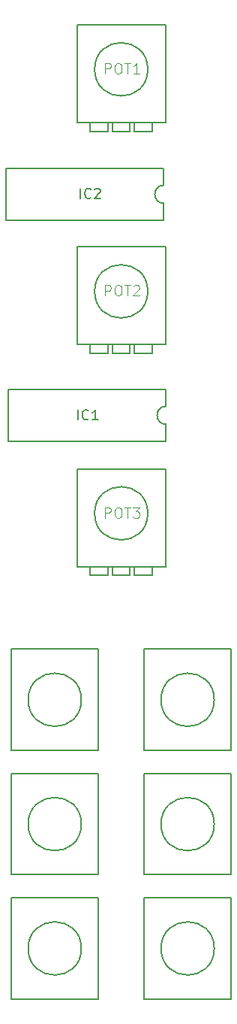
<source format=gbr>
%TF.GenerationSoftware,KiCad,Pcbnew,8.0.2*%
%TF.CreationDate,2024-05-21T21:49:38+01:00*%
%TF.ProjectId,3ch mix 1.6,33636820-6d69-4782-9031-2e362e6b6963,rev?*%
%TF.SameCoordinates,Original*%
%TF.FileFunction,Legend,Top*%
%TF.FilePolarity,Positive*%
%FSLAX46Y46*%
G04 Gerber Fmt 4.6, Leading zero omitted, Abs format (unit mm)*
G04 Created by KiCad (PCBNEW 8.0.2) date 2024-05-21 21:49:38*
%MOMM*%
%LPD*%
G01*
G04 APERTURE LIST*
%ADD10C,0.107290*%
%ADD11C,0.137160*%
%ADD12C,0.127000*%
%ADD13C,0.152400*%
G04 APERTURE END LIST*
D10*
X146675520Y-105499727D02*
X146675520Y-104337017D01*
X146675520Y-104337017D02*
X147118457Y-104337017D01*
X147118457Y-104337017D02*
X147229192Y-104392384D01*
X147229192Y-104392384D02*
X147284559Y-104447751D01*
X147284559Y-104447751D02*
X147339926Y-104558485D01*
X147339926Y-104558485D02*
X147339926Y-104724587D01*
X147339926Y-104724587D02*
X147284559Y-104835321D01*
X147284559Y-104835321D02*
X147229192Y-104890688D01*
X147229192Y-104890688D02*
X147118457Y-104946055D01*
X147118457Y-104946055D02*
X146675520Y-104946055D01*
X148059699Y-104337017D02*
X148281167Y-104337017D01*
X148281167Y-104337017D02*
X148391902Y-104392384D01*
X148391902Y-104392384D02*
X148502636Y-104503118D01*
X148502636Y-104503118D02*
X148558003Y-104724587D01*
X148558003Y-104724587D02*
X148558003Y-105112157D01*
X148558003Y-105112157D02*
X148502636Y-105333625D01*
X148502636Y-105333625D02*
X148391902Y-105444360D01*
X148391902Y-105444360D02*
X148281167Y-105499727D01*
X148281167Y-105499727D02*
X148059699Y-105499727D01*
X148059699Y-105499727D02*
X147948965Y-105444360D01*
X147948965Y-105444360D02*
X147838230Y-105333625D01*
X147838230Y-105333625D02*
X147782863Y-105112157D01*
X147782863Y-105112157D02*
X147782863Y-104724587D01*
X147782863Y-104724587D02*
X147838230Y-104503118D01*
X147838230Y-104503118D02*
X147948965Y-104392384D01*
X147948965Y-104392384D02*
X148059699Y-104337017D01*
X148890206Y-104337017D02*
X149554612Y-104337017D01*
X149222409Y-105499727D02*
X149222409Y-104337017D01*
X149831447Y-104337017D02*
X150551220Y-104337017D01*
X150551220Y-104337017D02*
X150163650Y-104779954D01*
X150163650Y-104779954D02*
X150329751Y-104779954D01*
X150329751Y-104779954D02*
X150440486Y-104835321D01*
X150440486Y-104835321D02*
X150495853Y-104890688D01*
X150495853Y-104890688D02*
X150551220Y-105001422D01*
X150551220Y-105001422D02*
X150551220Y-105278258D01*
X150551220Y-105278258D02*
X150495853Y-105388992D01*
X150495853Y-105388992D02*
X150440486Y-105444360D01*
X150440486Y-105444360D02*
X150329751Y-105499727D01*
X150329751Y-105499727D02*
X149997548Y-105499727D01*
X149997548Y-105499727D02*
X149886814Y-105444360D01*
X149886814Y-105444360D02*
X149831447Y-105388992D01*
X146675520Y-80480727D02*
X146675520Y-79318017D01*
X146675520Y-79318017D02*
X147118457Y-79318017D01*
X147118457Y-79318017D02*
X147229192Y-79373384D01*
X147229192Y-79373384D02*
X147284559Y-79428751D01*
X147284559Y-79428751D02*
X147339926Y-79539485D01*
X147339926Y-79539485D02*
X147339926Y-79705587D01*
X147339926Y-79705587D02*
X147284559Y-79816321D01*
X147284559Y-79816321D02*
X147229192Y-79871688D01*
X147229192Y-79871688D02*
X147118457Y-79927055D01*
X147118457Y-79927055D02*
X146675520Y-79927055D01*
X148059699Y-79318017D02*
X148281167Y-79318017D01*
X148281167Y-79318017D02*
X148391902Y-79373384D01*
X148391902Y-79373384D02*
X148502636Y-79484118D01*
X148502636Y-79484118D02*
X148558003Y-79705587D01*
X148558003Y-79705587D02*
X148558003Y-80093157D01*
X148558003Y-80093157D02*
X148502636Y-80314625D01*
X148502636Y-80314625D02*
X148391902Y-80425360D01*
X148391902Y-80425360D02*
X148281167Y-80480727D01*
X148281167Y-80480727D02*
X148059699Y-80480727D01*
X148059699Y-80480727D02*
X147948965Y-80425360D01*
X147948965Y-80425360D02*
X147838230Y-80314625D01*
X147838230Y-80314625D02*
X147782863Y-80093157D01*
X147782863Y-80093157D02*
X147782863Y-79705587D01*
X147782863Y-79705587D02*
X147838230Y-79484118D01*
X147838230Y-79484118D02*
X147948965Y-79373384D01*
X147948965Y-79373384D02*
X148059699Y-79318017D01*
X148890206Y-79318017D02*
X149554612Y-79318017D01*
X149222409Y-80480727D02*
X149222409Y-79318017D01*
X149886814Y-79428751D02*
X149942181Y-79373384D01*
X149942181Y-79373384D02*
X150052916Y-79318017D01*
X150052916Y-79318017D02*
X150329751Y-79318017D01*
X150329751Y-79318017D02*
X150440486Y-79373384D01*
X150440486Y-79373384D02*
X150495853Y-79428751D01*
X150495853Y-79428751D02*
X150551220Y-79539485D01*
X150551220Y-79539485D02*
X150551220Y-79650220D01*
X150551220Y-79650220D02*
X150495853Y-79816321D01*
X150495853Y-79816321D02*
X149831447Y-80480727D01*
X149831447Y-80480727D02*
X150551220Y-80480727D01*
X146675520Y-55461727D02*
X146675520Y-54299017D01*
X146675520Y-54299017D02*
X147118457Y-54299017D01*
X147118457Y-54299017D02*
X147229192Y-54354384D01*
X147229192Y-54354384D02*
X147284559Y-54409751D01*
X147284559Y-54409751D02*
X147339926Y-54520485D01*
X147339926Y-54520485D02*
X147339926Y-54686587D01*
X147339926Y-54686587D02*
X147284559Y-54797321D01*
X147284559Y-54797321D02*
X147229192Y-54852688D01*
X147229192Y-54852688D02*
X147118457Y-54908055D01*
X147118457Y-54908055D02*
X146675520Y-54908055D01*
X148059699Y-54299017D02*
X148281167Y-54299017D01*
X148281167Y-54299017D02*
X148391902Y-54354384D01*
X148391902Y-54354384D02*
X148502636Y-54465118D01*
X148502636Y-54465118D02*
X148558003Y-54686587D01*
X148558003Y-54686587D02*
X148558003Y-55074157D01*
X148558003Y-55074157D02*
X148502636Y-55295625D01*
X148502636Y-55295625D02*
X148391902Y-55406360D01*
X148391902Y-55406360D02*
X148281167Y-55461727D01*
X148281167Y-55461727D02*
X148059699Y-55461727D01*
X148059699Y-55461727D02*
X147948965Y-55406360D01*
X147948965Y-55406360D02*
X147838230Y-55295625D01*
X147838230Y-55295625D02*
X147782863Y-55074157D01*
X147782863Y-55074157D02*
X147782863Y-54686587D01*
X147782863Y-54686587D02*
X147838230Y-54465118D01*
X147838230Y-54465118D02*
X147948965Y-54354384D01*
X147948965Y-54354384D02*
X148059699Y-54299017D01*
X148890206Y-54299017D02*
X149554612Y-54299017D01*
X149222409Y-55461727D02*
X149222409Y-54299017D01*
X150551220Y-55461727D02*
X149886814Y-55461727D01*
X150219017Y-55461727D02*
X150219017Y-54299017D01*
X150219017Y-54299017D02*
X150108283Y-54465118D01*
X150108283Y-54465118D02*
X149997548Y-54575852D01*
X149997548Y-54575852D02*
X149886814Y-54631220D01*
D11*
X143894059Y-69560829D02*
X143894059Y-68427989D01*
X145080844Y-69452940D02*
X145026900Y-69506885D01*
X145026900Y-69506885D02*
X144865065Y-69560829D01*
X144865065Y-69560829D02*
X144757176Y-69560829D01*
X144757176Y-69560829D02*
X144595342Y-69506885D01*
X144595342Y-69506885D02*
X144487452Y-69398995D01*
X144487452Y-69398995D02*
X144433507Y-69291105D01*
X144433507Y-69291105D02*
X144379563Y-69075326D01*
X144379563Y-69075326D02*
X144379563Y-68913492D01*
X144379563Y-68913492D02*
X144433507Y-68697713D01*
X144433507Y-68697713D02*
X144487452Y-68589824D01*
X144487452Y-68589824D02*
X144595342Y-68481934D01*
X144595342Y-68481934D02*
X144757176Y-68427989D01*
X144757176Y-68427989D02*
X144865065Y-68427989D01*
X144865065Y-68427989D02*
X145026900Y-68481934D01*
X145026900Y-68481934D02*
X145080844Y-68535879D01*
X145512403Y-68535879D02*
X145566347Y-68481934D01*
X145566347Y-68481934D02*
X145674237Y-68427989D01*
X145674237Y-68427989D02*
X145943961Y-68427989D01*
X145943961Y-68427989D02*
X146051850Y-68481934D01*
X146051850Y-68481934D02*
X146105795Y-68535879D01*
X146105795Y-68535879D02*
X146159740Y-68643768D01*
X146159740Y-68643768D02*
X146159740Y-68751658D01*
X146159740Y-68751658D02*
X146105795Y-68913492D01*
X146105795Y-68913492D02*
X145458458Y-69560829D01*
X145458458Y-69560829D02*
X146159740Y-69560829D01*
X143625559Y-94473829D02*
X143625559Y-93340989D01*
X144812344Y-94365940D02*
X144758400Y-94419885D01*
X144758400Y-94419885D02*
X144596565Y-94473829D01*
X144596565Y-94473829D02*
X144488676Y-94473829D01*
X144488676Y-94473829D02*
X144326842Y-94419885D01*
X144326842Y-94419885D02*
X144218952Y-94311995D01*
X144218952Y-94311995D02*
X144165007Y-94204105D01*
X144165007Y-94204105D02*
X144111063Y-93988326D01*
X144111063Y-93988326D02*
X144111063Y-93826492D01*
X144111063Y-93826492D02*
X144165007Y-93610713D01*
X144165007Y-93610713D02*
X144218952Y-93502824D01*
X144218952Y-93502824D02*
X144326842Y-93394934D01*
X144326842Y-93394934D02*
X144488676Y-93340989D01*
X144488676Y-93340989D02*
X144596565Y-93340989D01*
X144596565Y-93340989D02*
X144758400Y-93394934D01*
X144758400Y-93394934D02*
X144812344Y-93448879D01*
X145891240Y-94473829D02*
X145243903Y-94473829D01*
X145567571Y-94473829D02*
X145567571Y-93340989D01*
X145567571Y-93340989D02*
X145459682Y-93502824D01*
X145459682Y-93502824D02*
X145351792Y-93610713D01*
X145351792Y-93610713D02*
X145243903Y-93664658D01*
D12*
%TO.C,IN1*%
X136101100Y-120303600D02*
X136101100Y-131703600D01*
X136101100Y-131703600D02*
X145901100Y-131703600D01*
X145901100Y-120303600D02*
X136101100Y-120303600D01*
X145901100Y-131703600D02*
X145901100Y-120303600D01*
X144001100Y-126003600D02*
G75*
G02*
X138001100Y-126003600I-3000000J0D01*
G01*
X138001100Y-126003600D02*
G75*
G02*
X144001100Y-126003600I3000000J0D01*
G01*
%TO.C,POT3*%
X143501100Y-100003600D02*
X153501100Y-100003600D01*
X143501100Y-111003600D02*
X143501100Y-100003600D01*
X145001100Y-111003600D02*
X143501100Y-111003600D01*
X145001100Y-112003600D02*
X145001100Y-111003600D01*
X147001100Y-111003600D02*
X145001100Y-111003600D01*
X147001100Y-112003600D02*
X145001100Y-112003600D01*
X147001100Y-112003600D02*
X147001100Y-111003600D01*
X147501100Y-111003600D02*
X147001100Y-111003600D01*
X147501100Y-112003600D02*
X147501100Y-111003600D01*
X147501100Y-112003600D02*
X149501100Y-112003600D01*
X149501100Y-111003600D02*
X147501100Y-111003600D01*
X149501100Y-112003600D02*
X149501100Y-111003600D01*
X150001100Y-111003600D02*
X149501100Y-111003600D01*
X150001100Y-112003600D02*
X150001100Y-111003600D01*
X150001100Y-112003600D02*
X152001100Y-112003600D01*
X152001100Y-111003600D02*
X150001100Y-111003600D01*
X152001100Y-112003600D02*
X152001100Y-111003600D01*
X153501100Y-100003600D02*
X153501100Y-111003600D01*
X153501100Y-111003600D02*
X152001100Y-111003600D01*
X151501100Y-105003600D02*
G75*
G02*
X145501100Y-105003600I-3000000J0D01*
G01*
X145501100Y-105003600D02*
G75*
G02*
X151501100Y-105003600I3000000J0D01*
G01*
%TO.C,POT2*%
X143501100Y-75003600D02*
X153501100Y-75003600D01*
X143501100Y-86003600D02*
X143501100Y-75003600D01*
X145001100Y-86003600D02*
X143501100Y-86003600D01*
X145001100Y-87003600D02*
X145001100Y-86003600D01*
X147001100Y-86003600D02*
X145001100Y-86003600D01*
X147001100Y-87003600D02*
X145001100Y-87003600D01*
X147001100Y-87003600D02*
X147001100Y-86003600D01*
X147501100Y-86003600D02*
X147001100Y-86003600D01*
X147501100Y-87003600D02*
X147501100Y-86003600D01*
X147501100Y-87003600D02*
X149501100Y-87003600D01*
X149501100Y-86003600D02*
X147501100Y-86003600D01*
X149501100Y-87003600D02*
X149501100Y-86003600D01*
X150001100Y-86003600D02*
X149501100Y-86003600D01*
X150001100Y-87003600D02*
X150001100Y-86003600D01*
X150001100Y-87003600D02*
X152001100Y-87003600D01*
X152001100Y-86003600D02*
X150001100Y-86003600D01*
X152001100Y-87003600D02*
X152001100Y-86003600D01*
X153501100Y-75003600D02*
X153501100Y-86003600D01*
X153501100Y-86003600D02*
X152001100Y-86003600D01*
X151501100Y-80003600D02*
G75*
G02*
X145501100Y-80003600I-3000000J0D01*
G01*
X145501100Y-80003600D02*
G75*
G02*
X151501100Y-80003600I3000000J0D01*
G01*
%TO.C,IN3*%
X136101100Y-148303600D02*
X136101100Y-159703600D01*
X136101100Y-159703600D02*
X145901100Y-159703600D01*
X145901100Y-148303600D02*
X136101100Y-148303600D01*
X145901100Y-159703600D02*
X145901100Y-148303600D01*
X144001100Y-154003600D02*
G75*
G02*
X138001100Y-154003600I-3000000J0D01*
G01*
X138001100Y-154003600D02*
G75*
G02*
X144001100Y-154003600I3000000J0D01*
G01*
%TO.C,OUT1*%
X151101100Y-120303600D02*
X151101100Y-131703600D01*
X151101100Y-131703600D02*
X160901100Y-131703600D01*
X160901100Y-120303600D02*
X151101100Y-120303600D01*
X160901100Y-131703600D02*
X160901100Y-120303600D01*
X159001100Y-126003600D02*
G75*
G02*
X153001100Y-126003600I-3000000J0D01*
G01*
X153001100Y-126003600D02*
G75*
G02*
X159001100Y-126003600I3000000J0D01*
G01*
%TO.C,POT1*%
X143501100Y-50003600D02*
X153501100Y-50003600D01*
X143501100Y-61003600D02*
X143501100Y-50003600D01*
X145001100Y-61003600D02*
X143501100Y-61003600D01*
X145001100Y-62003600D02*
X145001100Y-61003600D01*
X147001100Y-61003600D02*
X145001100Y-61003600D01*
X147001100Y-62003600D02*
X145001100Y-62003600D01*
X147001100Y-62003600D02*
X147001100Y-61003600D01*
X147501100Y-61003600D02*
X147001100Y-61003600D01*
X147501100Y-62003600D02*
X147501100Y-61003600D01*
X147501100Y-62003600D02*
X149501100Y-62003600D01*
X149501100Y-61003600D02*
X147501100Y-61003600D01*
X149501100Y-62003600D02*
X149501100Y-61003600D01*
X150001100Y-61003600D02*
X149501100Y-61003600D01*
X150001100Y-62003600D02*
X150001100Y-61003600D01*
X150001100Y-62003600D02*
X152001100Y-62003600D01*
X152001100Y-61003600D02*
X150001100Y-61003600D01*
X152001100Y-62003600D02*
X152001100Y-61003600D01*
X153501100Y-50003600D02*
X153501100Y-61003600D01*
X153501100Y-61003600D02*
X152001100Y-61003600D01*
X151501100Y-55003600D02*
G75*
G02*
X145501100Y-55003600I-3000000J0D01*
G01*
X145501100Y-55003600D02*
G75*
G02*
X151501100Y-55003600I3000000J0D01*
G01*
%TO.C,OUT3*%
X151101100Y-148303600D02*
X151101100Y-159703600D01*
X151101100Y-159703600D02*
X160901100Y-159703600D01*
X160901100Y-148303600D02*
X151101100Y-148303600D01*
X160901100Y-159703600D02*
X160901100Y-148303600D01*
X159001100Y-154003600D02*
G75*
G02*
X153001100Y-154003600I-3000000J0D01*
G01*
X153001100Y-154003600D02*
G75*
G02*
X159001100Y-154003600I3000000J0D01*
G01*
D13*
%TO.C,IC2*%
X135533100Y-71992600D02*
X135533100Y-66150600D01*
X135533100Y-71992600D02*
X153313100Y-71992600D01*
X153313100Y-66150600D02*
X135533100Y-66150600D01*
X153313100Y-66150600D02*
X153313100Y-68055600D01*
X153313100Y-71992600D02*
X153313100Y-70087600D01*
X153313100Y-70087600D02*
G75*
G02*
X153313100Y-68055600I0J1016000D01*
G01*
D12*
%TO.C,IN2*%
X136101100Y-134303600D02*
X136101100Y-145703600D01*
X136101100Y-145703600D02*
X145901100Y-145703600D01*
X145901100Y-134303600D02*
X136101100Y-134303600D01*
X145901100Y-145703600D02*
X145901100Y-134303600D01*
X144001100Y-140003600D02*
G75*
G02*
X138001100Y-140003600I-3000000J0D01*
G01*
X138001100Y-140003600D02*
G75*
G02*
X144001100Y-140003600I3000000J0D01*
G01*
%TO.C,OUT2*%
X151101100Y-134303600D02*
X151101100Y-145703600D01*
X151101100Y-145703600D02*
X160901100Y-145703600D01*
X160901100Y-134303600D02*
X151101100Y-134303600D01*
X160901100Y-145703600D02*
X160901100Y-134303600D01*
X159001100Y-140003600D02*
G75*
G02*
X153001100Y-140003600I-3000000J0D01*
G01*
X153001100Y-140003600D02*
G75*
G02*
X159001100Y-140003600I3000000J0D01*
G01*
D13*
%TO.C,IC1*%
X135787100Y-96884600D02*
X135787100Y-91042600D01*
X135787100Y-96884600D02*
X153567100Y-96884600D01*
X153567100Y-91042600D02*
X135787100Y-91042600D01*
X153567100Y-91042600D02*
X153567100Y-92947600D01*
X153567100Y-96884600D02*
X153567100Y-94979600D01*
X153567100Y-94979600D02*
G75*
G02*
X153567100Y-92947600I0J1016000D01*
G01*
%TD*%
M02*

</source>
